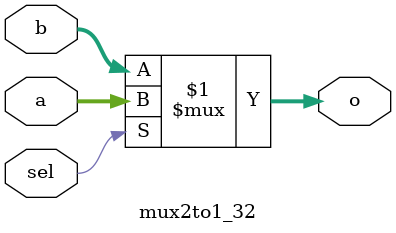
<source format=v>
`timescale 1ns / 1ps

module mux2to1_32 (
	input [31:0] a,
	input [31:0] b,
	input sel,
	output [31:0] o );
	
	assign o = sel ? a : b;

endmodule

</source>
